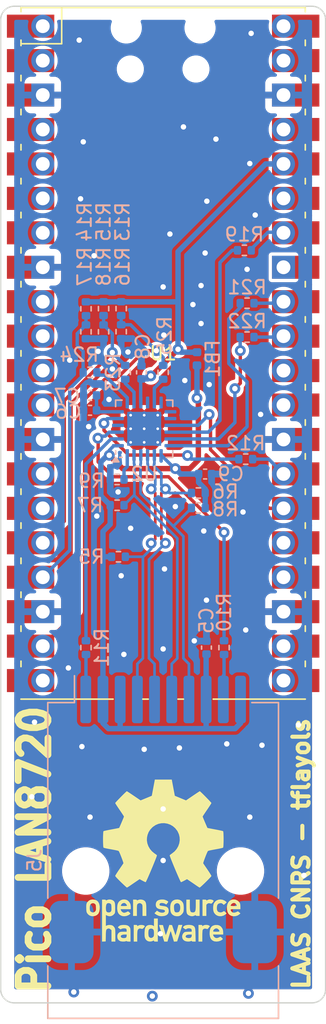
<source format=kicad_pcb>
(kicad_pcb (version 20241229) (generator "pcbnew") (generator_version "9.0")
  (layers (0 "F.Cu" signal) (2 "B.Cu" signal) (13 "F.Paste" user) (15 "B.Paste" user) (5 "F.SilkS" user "F.Silkscreen") (7 "B.SilkS" user "B.Silkscreen") (1 "F.Mask" user) (3 "B.Mask" user) (25 "Edge.Cuts" user))
  (net 0 "")
  (net 1 "/RMII_nRST")
  (net 2 "Net-(U1-GPIO21)")
  (net 8 "/RX0")
  (net 9 "/TX0")
  (net 10 "GND")
  (net 11 "/OE0")
  (net 12 "/RX1")
  (net 13 "/TX1")
  (net 14 "/OE1")
  (net 15 "/RX2")
  (net 16 "/TX2")
  (net 17 "/OE2")
  (net 18 "/RX3")
  (net 19 "/TX3")
  (net 20 "/OE3")
  (net 21 "+3.3V")
  (net 23 "unconnected-(U1-VSYS-Pad39)")
  (net 29 "VDDA")
  (net 30 "Net-(J5-Pad1)")
  (net 31 "Net-(U2-VDDCR)")
  (net 32 "/RMII_50MHz")
  (net 33 "Net-(J5-Pad9)")
  (net 34 "Net-(U2-RBIAS)")
  (net 35 "/LED1")
  (net 36 "/LED2")
  (net 42 "/TX_N")
  (net 43 "/TX_P")
  (net 44 "/RX_P")
  (net 45 "/RX_N")
  (net 46 "/RMII_RX0")
  (net 47 "/RMII_TX0")
  (net 48 "/RMII_TXEN")
  (net 49 "/RMII_CRS")
  (net 50 "/RMII_RX1")
  (net 51 "/RMII_TX1")
  (net 52 "Net-(U1-GPIO28_ADC2)")
  (net 53 "Net-(U1-GPIO27_ADC1)")
  (net 54 "Net-(U1-GPIO26_ADC0)")
  (net 55 "Net-(U2-RXD0{slash}MODE0)")
  (net 56 "Net-(U2-RXD1{slash}MODE1)")
  (net 57 "Net-(U2-CRS_DV{slash}MODE2)")
  (footprint "MCU_RaspberryPi_and_Boards:RPi_Pico_SMD_TH" (layer "F.Cu") (at 84.5 50.6)
    (property "Reference" "U1")
    (property "Value" "Pico")
  )
  (footprint "Symbol:OSHW-Logo_11.4x12mm_SilkScreen" (layer "F.Cu") (at 84.5 88)
    (property "Reference" "REF**" (hide yes))
    (property "Value" "OSHW-Logo_11.4x12mm_SilkScreen" (hide yes))
  )
  (footprint "Resistor_SMD:R_0402_1005Metric" (layer "B.Cu") (at 90.6 58.4 180)
    (property "Reference" "R12")
    (property "Value" "33")
  )
  (footprint "Capacitor_SMD:C_0402_1005Metric" (layer "B.Cu") (at 87.6 59.5)
    (property "Reference" "C9")
    (property "Value" "100n")
  )
  (footprint "Capacitor_SMD:C_0402_1005Metric" (layer "B.Cu") (at 79.1 53.7 180)
    (property "Reference" "C7")
    (property "Value" "100n")
  )
  (footprint "Capacitor_SMD:C_0402_1005Metric" (layer "B.Cu") (at 79.1 54.8 180)
    (property "Reference" "C6")
    (property "Value" "1u LOW ESR")
  )
  (footprint "Inductor_SMD:L_0402_1005Metric" (layer "B.Cu") (at 87 51 90)
    (property "Reference" "FB1")
    (property "Value" "FerriteBead")
  )
  (footprint "Resistor_SMD:R_0402_1005Metric" (layer "B.Cu") (at 81.4 49 -90)
    (property "Reference" "R16")
    (property "Value" "10k")
  )
  (footprint "Resistor_SMD:R_0402_1005Metric" (layer "B.Cu") (at 81.4 47.3 -90)
    (property "Reference" "R13")
    (property "Value" "10k")
  )
  (footprint "Resistor_SMD:R_0402_1005Metric" (layer "B.Cu") (at 81.1 61.8)
    (property "Reference" "R7")
    (property "Value" "49.9" (hide yes))
  )
  (footprint "Resistor_SMD:R_0402_1005Metric" (layer "B.Cu") (at 84.5 52 -90)
    (property "Reference" "R25")
    (property "Value" "33")
  )
  (footprint "Resistor_SMD:R_0402_1005Metric" (layer "B.Cu") (at 89 72.3 90)
    (property "Reference" "R10")
    (property "Value" "330")
  )
  (footprint "Resistor_SMD:R_0402_1005Metric" (layer "B.Cu") (at 81.2 65.6)
    (property "Reference" "R5")
    (property "Value" "49.9" (hide yes))
  )
  (footprint "Resistor_SMD:R_0402_1005Metric" (layer "B.Cu") (at 87.1 60.9 180)
    (property "Reference" "R6")
    (property "Value" "49.9" (hide yes))
  )
  (footprint "Resistor_SMD:R_0402_1005Metric" (layer "B.Cu") (at 81.1 59.9 180)
    (property "Reference" "R9")
    (property "Value" "12.1k")
  )
  (footprint "Resistor_SMD:R_0402_1005Metric" (layer "B.Cu") (at 79.1 52)
    (property "Reference" "R24")
    (property "Value" "33")
  )
  (footprint "Capacitor_SMD:C_0402_1005Metric" (layer "B.Cu") (at 82.9 52 -90)
    (property "Reference" "C8")
    (property "Value" "100n")
  )
  (footprint "Resistor_SMD:R_0402_1005Metric" (layer "B.Cu") (at 90.5 43 180)
    (property "Reference" "R19")
    (property "Value" "33")
  )
  (footprint "Resistor_SMD:R_0402_1005Metric" (layer "B.Cu") (at 81.7 52 -90)
    (property "Reference" "R23")
    (property "Value" "33")
  )
  (footprint "Resistor_SMD:R_0402_1005Metric" (layer "B.Cu") (at 90.7 49.4 180)
    (property "Reference" "R22")
    (property "Value" "33")
  )
  (footprint "Resistor_SMD:R_0402_1005Metric" (layer "B.Cu") (at 78.8 49.01 -90)
    (property "Reference" "R17")
    (property "Value" "10k")
  )
  (footprint "Resistor_SMD:R_0402_1005Metric" (layer "B.Cu") (at 80.1 47.3 -90)
    (property "Reference" "R15")
    (property "Value" "10k")
  )
  (footprint "Resistor_SMD:R_0402_1005Metric" (layer "B.Cu") (at 80.1 49.01 -90)
    (property "Reference" "R18")
    (property "Value" "10k")
  )
  (footprint "Resistor_SMD:R_0402_1005Metric" (layer "B.Cu") (at 90.7 46.9 180)
    (property "Reference" "R21")
    (property "Value" "33")
  )
  (footprint "Resistor_SMD:R_0402_1005Metric" (layer "B.Cu") (at 78.8 47.31 -90)
    (property "Reference" "R14")
    (property "Value" "10k")
  )
  (footprint "Package_DFN_QFN:VQFN-24-1EP_4x4mm_P0.5mm_EP2.5x2.5mm_ThermalVias" (layer "B.Cu") (at 83.1 56.16)
    (property "Reference" "U2")
    (property "Value" "LAN8720A")
  )
  (footprint "Capacitor_SMD:C_0402_1005Metric" (layer "B.Cu") (at 87.7 72.3 90)
    (property "Reference" "C5")
    (property "Value" "22n")
  )
  (footprint "Connector_RJ:RJ45_Pulse_JXD6-0001NL_Horizontal" (layer "B.Cu") (at 84.5 88 -90)
    (property "Reference" "J5")
    (property "Value" "RJ45_Pulse_JXD6-0001NL")
  )
  (footprint "Resistor_SMD:R_0402_1005Metric" (layer "B.Cu") (at 78.8 72.3 90)
    (property "Reference" "R11")
    (property "Value" "330")
  )
  (footprint "Resistor_SMD:R_0402_1005Metric" (layer "B.Cu") (at 87.1 62 180)
    (property "Reference" "R8")
    (property "Value" "49.9" (hide yes))
  )
  (gr_line (start 96.5 26) (end 96.5 97.5) (stroke (width 0.1)) (layer "Edge.Cuts"))
  (gr_arc (start 96.5 97.5) (mid 96.207107 98.207107) (end 95.5 98.5) (stroke (width 0.1)) (layer "Edge.Cuts"))
  (gr_arc (start 72.5 26) (mid 72.792893 25.292893) (end 73.5 25) (stroke (width 0.1)) (layer "Edge.Cuts"))
  (gr_arc (start 95.5 25) (mid 96.207107 25.292893) (end 96.5 26) (stroke (width 0.1)) (layer "Edge.Cuts"))
  (gr_arc (start 73.5 98.5) (mid 72.792893 98.207107) (end 72.5 97.5) (stroke (width 0.1)) (layer "Edge.Cuts"))
  (gr_line (start 95.5 98.5) (end 73.5 98.5) (stroke (width 0.1)) (layer "Edge.Cuts"))
  (gr_line (start 72.5 97.5) (end 72.5 26) (stroke (width 0.1)) (layer "Edge.Cuts"))
  (gr_line (start 73.5 25) (end 95.5 25) (stroke (width 0.1)) (layer "Edge.Cuts"))
  (gr_text "Pico LAN8720" (at 75 87.2 90) (layer "F.SilkS") (effects (font (size 2.2 2) (thickness 0.5) (bold yes))))
  (gr_text "LAAS CNRS - tflayols" (at 94.7 87.5 90) (layer "F.SilkS") (effects (font (size 1.2 1.2) (thickness 0.3) (bold yes))))
  (segment (start 92.33 62.03) (end 93.39 62.03) (width 0.25) (layer "F.Cu") (net 1))
  (segment (start 87.9 55.1) (end 88 55.2) (width 0.25) (layer "F.Cu") (net 1))
  (segment (start 88 57.7) (end 92.33 62.03) (width 0.25) (layer "F.Cu") (net 1))
  (segment (start 88 55.2) (end 88 57.7) (width 0.25) (layer "F.Cu") (net 1))
  (via (at 87.9 55.1) (size 0.8) (drill 0.4) (layers "F.Cu" "B.Cu") (net 1))
  (segment (start 87.09 55.91) (end 87.9 55.1) (width 0.25) (layer "B.Cu") (net 1))
  (segment (start 93.39 62.03) (end 92.899296 62.03) (width 0.25) (layer "B.Cu") (net 1))
  (segment (start 85.0375 55.91) (end 87.09 55.91) (width 0.25) (layer "B.Cu") (net 1))
  (segment (start 91.11 58.4) (end 92.3 58.4) (width 0.25) (layer "B.Cu") (net 2))
  (segment (start 92.3 58.4) (end 93.39 59.49) (width 0.25) (layer "B.Cu") (net 2))
  (via (at 87.9 52.9) (size 0.8) (drill 0.4) (layers "F.Cu" "B.Cu") (net 10))
  (via (at 91.7 55.1) (size 0.8) (drill 0.4) (layers "F.Cu" "B.Cu") (net 10))
  (via (at 74.8 83.3) (size 0.8) (drill 0.4) (layers "F.Cu" "B.Cu") (net 10))
  (via (at 86.8 71.8) (size 0.8) (drill 0.4) (layers "F.Cu" "B.Cu") (net 10))
  (via (at 90.8 97.8) (size 0.8) (drill 0.4) (layers "F.Cu" "B.Cu") (net 10))
  (via (at 83.1 79.8) (size 0.8) (drill 0.4) (layers "F.Cu" "B.Cu") (net 10))
  (via (at 90.9 36.6) (size 0.8) (drill 0.4) (layers "F.Cu" "B.Cu") (net 10))
  (via (at 86 33.9) (size 0.8) (drill 0.4) (layers "F.Cu" "B.Cu") (net 10))
  (via (at 85 41.8) (size 0.8) (drill 0.4) (layers "F.Cu" "B.Cu") (net 10))
  (via (at 77.6 51.1) (size 0.8) (drill 0.4) (layers "F.Cu" "B.Cu") (net 10))
  (via (at 77.9 97.7) (size 0.8) (drill 0.4) (layers "F.Cu" "B.Cu") (net 10))
  (via (at 84.5 84.2) (size 0.8) (drill 0.4) (layers "F.Cu" "B.Cu") (net 10))
  (via (at 94.9 89.1) (size 0.8) (drill 0.4) (layers "F.Cu" "B.Cu") (net 10))
  (via (at 78.5 79.6) (size 0.8) (drill 0.4) (layers "F.Cu" "B.Cu") (net 10))
  (via (at 87.726992 39.376992) (size 0.8) (drill 0.4) (layers "F.Cu" "B.Cu") (net 10))
  (via (at 87.3 45.6) (size 0.8) (drill 0.4) (layers "F.Cu" "B.Cu") (net 10))
  (via (at 91.3 40.4) (size 0.8) (drill 0.4) (layers "F.Cu" "B.Cu") (net 10))
  (via (at 87.7 68.8) (size 0.8) (drill 0.4) (layers "F.Cu" "B.Cu") (net 10))
  (via (at 82.1 63.5) (size 0.8) (drill 0.4) (layers "F.Cu" "B.Cu") (net 10))
  (via (at 78.6 35) (size 0.8) (drill 0.4) (layers "F.Cu" "B.Cu") (net 10))
  (via (at 79.6 62.6) (size 0.8) (drill 0.4) (layers "F.Cu" "B.Cu") (net 10))
  (via (at 78.4 39.2) (size 0.8) (drill 0.4) (layers "F.Cu" "B.Cu") (net 10))
  (via (at 86.1 52.6) (size 0.8) (drill 0.4) (layers "F.Cu" "B.Cu") (net 10))
  (via (at 84.5 72.4) (size 0.8) (drill 0.4) (layers "F.Cu" "B.Cu") (net 10))
  (via (at 94.5 78) (size 0.8) (drill 0.4) (layers "F.Cu" "B.Cu") (net 10))
  (via (at 75 77.8) (size 0.8) (drill 0.4) (layers "F.Cu" "B.Cu") (net 10))
  (via (at 80.5 54) (size 0.8) (drill 0.4) (layers "F.Cu" "B.Cu") (net 10))
  (via (at 84.548959 49.251041) (size 0.8) (drill 0.4) (layers "F.Cu" "B.Cu") (net 10))
  (via (at 81.172555 60.82) (size 0.8) (drill 0.4) (layers "F.Cu" "B.Cu") (net 10))
  (via (at 85.7 79.7) (size 0.8) (drill 0.4) (layers "F.Cu" "B.Cu") (net 10))
  (via (at 81.6 72.8) (size 0.8) (drill 0.4) (layers "F.Cu" "B.Cu") (net 10))
  (via (at 86.7 47) (size 0.8) (drill 0.4) (layers "F.Cu" "B.Cu") (net 10))
  (via (at 90.4 62.3) (size 0.8) (drill 0.4) (layers "F.Cu" "B.Cu") (net 10))
  (via (at 90.6 71) (size 0.8) (drill 0.4) (layers "F.Cu" "B.Cu") (net 10))
  (via (at 79 56) (size 0.8) (drill 0.4) (layers "F.Cu" "B.Cu") (net 10))
  (via (at 88.4 34.8) (size 0.8) (drill 0.4) (layers "F.Cu" "B.Cu") (net 10))
  (via (at 87.3 48.4) (size 0.8) (drill 0.4) (layers "F.Cu" "B.Cu") (net 10))
  (via (at 91.8 79.5) (size 0.8) (drill 0.4) (layers "F.Cu" "B.Cu") (net 10))
  (via (at 81.9 50.5) (size 0.8) (drill 0.4) (layers "F.Cu" "B.Cu") (net 10))
  (via (at 84.5 88) (size 0.8) (drill 0.4) (layers "F.Cu" "B.Cu") (net 10))
  (via (at 79.7 50.451992) (size 0.8) (drill 0.4) (layers "F.Cu" "B.Cu") (net 10))
  (via (at 87.6 43.2) (size 0.8) (drill 0.4) (layers "F.Cu" "B.Cu") (net 10))
  (via (at 89.2 79.4) (size 0.8) (drill 0.4) (layers "F.Cu" "B.Cu") (net 10))
  (via (at 85.4 61.9) (size 0.8) (drill 0.4) (layers "F.Cu" "B.Cu") (net 10))
  (via (at 87.5 63.7) (size 0.8) (drill 0.4) (layers "F.Cu" "B.Cu") (net 10))
  (via (at 84.5 45.7) (size 0.8) (drill 0.4) (layers "F.Cu" "B.Cu") (net 10))
  (via (at 80.75053 51.750885) (size 0.8) (drill 0.4) (layers "F.Cu" "B.Cu") (net 10))
  (via (at 90.7 44.4) (size 0.8) (drill 0.4) (layers "F.Cu" "B.Cu") (net 10))
  (via (at 90.9 84.8) (size 0.8) (drill 0.4) (layers "F.Cu" "B.Cu") (net 10))
  (via (at 77.5 73.8) (size 0.8) (drill 0.4) (layers "F.Cu" "B.Cu") (net 10))
  (via (at 84.6 66.5) (size 0.8) (drill 0.4) (layers "F.Cu" "B.Cu") (net 10))
  (via (at 78.3 27.5) (size 0.8) (drill 0.4) (layers "F.Cu" "B.Cu") (net 10))
  (via (at 83.7 98) (size 0.8) (drill 0.4) (layers "F.Cu" "B.Cu") (net 10))
  (via (at 79.1 84.8) (size 0.8) (drill 0.4) (layers "F.Cu" "B.Cu") (net 10))
  (via (at 79.4 43.4) (size 0.8) (drill 0.4) (layers "F.Cu" "B.Cu") (net 10))
  (via (at 84.3 93.4) (size 0.8) (drill 0.4) (layers "F.Cu" "B.Cu") (net 10))
  (via (at 81.4 67) (size 0.8) (drill 0.4) (layers "F.Cu" "B.Cu") (net 10))
  (via (at 91 27) (size 0.8) (drill 0.4) (layers "F.Cu" "B.Cu") (net 10))
  (segment (start 83.638765 52.261237) (end 83.585903 52.261237) (width 0.4) (layer "F.Cu") (net 21))
  (segment (start 85.6 50.300002) (end 83.638765 52.261237) (width 0.4) (layer "F.Cu") (net 21))
  (via (at 83.585903 52.261237) (size 0.8) (drill 0.4) (layers "F.Cu" "B.Cu") (net 21))
  (via (at 85.6 50.300002) (size 0.8) (drill 0.4) (layers "F.Cu" "B.Cu") (net 21))
  (segment (start 82.84 54.2125) (end 82.85 54.2225) (width 0.25) (layer "B.Cu") (net 21))
  (segment (start 85.6 43.1) (end 85.6 50.300002) (width 0.4) (layer "B.Cu") (net 21))
  (segment (start 78.8 46.8) (end 85.6 46.8) (width 0.4) (layer "B.Cu") (net 21))
  (segment (start 92.07 36.63) (end 85.6 43.1) (width 0.4) (layer "B.Cu") (net 21))
  (segment (start 87 50.515) (end 85.814998 50.515) (width 0.4) (layer "B.Cu") (net 21))
  (segment (start 83.36714 52.48) (end 83.585903 52.261237) (width 0.4) (layer "B.Cu") (net 21))
  (segment (start 85.814998 50.515) (end 85.6 50.300002) (width 0.4) (layer "B.Cu") (net 21))
  (segment (start 82.84 52.78) (end 82.84 54.2125) (width 0.25) (layer "B.Cu") (net 21))
  (segment (start 82.9 52.48) (end 83.36714 52.48) (width 0.4) (layer "B.Cu") (net 21))
  (segment (start 85.6 46.8) (end 85.6 50.300002) (width 0.4) (layer "B.Cu") (net 21))
  (segment (start 93.39 36.63) (end 92.07 36.63) (width 0.4) (layer "B.Cu") (net 21))
  (segment (start 93.39 29.01) (end 95.505 29.01) (width 0.4) (layer "F.Cu") (net 23))
  (segment (start 87.1 54) (end 87.1 58.467786) (width 0.4) (layer "F.Cu") (net 29))
  (segment (start 86.467786 59.1) (end 85.4 59.1) (width 0.4) (layer "F.Cu") (net 29))
  (segment (start 81.504542 59.1) (end 85.4 59.1) (width 0.4) (layer "F.Cu") (net 29))
  (segment (start 87 53.9) (end 87.1 54) (width 0.4) (layer "F.Cu") (net 29))
  (segment (start 80.521477 58.116934) (end 81.504542 59.1) (width 0.4) (layer "F.Cu") (net 29))
  (segment (start 87.1 58.467786) (end 86.467786 59.1) (width 0.4) (layer "F.Cu") (net 29))
  (via (at 85.4 59.1) (size 0.8) (drill 0.4) (layers "F.Cu" "B.Cu") (net 29))
  (via (at 80.521477 58.116934) (size 0.8) (drill 0.4) (layers "F.Cu" "B.Cu") (net 29))
  (via (at 87 53.9) (size 0.8) (drill 0.4) (layers "F.Cu" "B.Cu") (net 29))
  (segment (start 87.12 60.12) (end 87.12 59.5) (width 0.4) (layer "B.Cu") (net 29))
  (segment (start 87.6 78.276) (end 89.814 78.276) (width 0.4) (layer "B.Cu") (net 29))
  (segment (start 80.5 63.29) (end 80.59 63.2) (width 0.4) (layer "B.Cu") (net 29))
  (segment (start 85.3525 59.1) (end 85.4 59.1) (width 0.25) (layer "B.Cu") (net 29))
  (segment (start 80.055 76.125) (end 80.055 77.875) (width 0.4) (layer "B.Cu") (net 29))
  (segment (start 87.6 78.276) (end 87.675 78.201) (width 0.4) (layer "B.Cu") (net 29))
  (segment (start 84.35 58.0975) (end 84.35 58.538595) (width 0.25) (layer "B.Cu") (net 29))
  (segment (start 80.055 63.735) (end 80.055 65.6) (width 0.4) (layer "B.Cu") (net 29))
  (segment (start 80.521477 58.116934) (end 80.383066 58.116934) (width 0.4) (layer "B.Cu") (net 29))
  (segment (start 81.325 78.201) (end 81.4 78.276) (width 0.4) (layer "B.Cu") (net 29))
  (segment (start 87.12 59.5) (end 85.8 59.5) (width 0.4) (layer "B.Cu") (net 29))
  (segment (start 80.59 63.2) (end 80.59 61.8) (width 0.4) (layer "B.Cu") (net 29))
  (segment (start 84.35 58.0975) (end 85.3525 59.1) (width 0.25) (layer "B.Cu") (net 29))
  (segment (start 81.325 76.125) (end 81.325 78.201) (width 0.4) (layer "B.Cu") (net 29))
  (segment (start 80.59 63.2) (end 80.055 63.735) (width 0.4) (layer "B.Cu") (net 29))
  (segment (start 85.8 59.5) (end 85.4 59.1) (width 0.4) (layer "B.Cu") (net 29))
  (segment (start 80.521477 57.750803) (end 80.86228 57.41) (width 0.25) (layer "B.Cu") (net 29))
  (segment (start 87.675 72.805) (end 87.7 72.78) (width 0.4) (layer "B.Cu") (net 29))
  (segment (start 81.4 78.276) (end 87.6 78.276) (width 0.4) (layer "B.Cu") (net 29))
  (segment (start 80.383066 58.116934) (end 79.9 58.6) (width 0.4) (layer "B.Cu") (net 29))
  (segment (start 80.69 65.6) (end 80.055 65.6) (width 0.4) (layer "B.Cu") (net 29))
  (segment (start 87 51.485) (end 87 53.9) (width 0.4) (layer "B.Cu") (net 29))
  (segment (start 87.61 62) (end 87.61 60.61) (width 0.4) (layer "B.Cu") (net 29))
  (segment (start 84.35 58.538595) (end 84.355703 58.544298) (width 0.25) (layer "B.Cu") (net 29))
  (segment (start 87.675 76.125) (end 87.675 72.805) (width 0.4) (layer "B.Cu") (net 29))
  (segment (start 90.215 77.875) (end 90.215 76.125) (width 0.4) (layer "B.Cu") (net 29))
  (segment (start 80.86228 57.41) (end 81.1625 57.41) (width 0.25) (layer "B.Cu") (net 29))
  (segment (start 87.675 78.201) (end 87.675 76.125) (width 0.4) (layer "B.Cu") (net 29))
  (segment (start 79.9 61.11) (end 80.59 61.8) (width 0.4) (layer "B.Cu") (net 29))
  (segment (start 87.61 60.61) (end 87.12 60.12) (width 0.4) (layer "B.Cu") (net 29))
  (segment (start 80.055 65.6) (end 80.055 76.125) (width 0.4) (layer "B.Cu") (net 29))
  (segment (start 80.521477 58.116934) (end 80.521477 57.750803) (width 0.25) (layer "B.Cu") (net 29))
  (segment (start 80.456 78.276) (end 81.4 78.276) (width 0.4) (layer "B.Cu") (net 29))
  (segment (start 79.9 58.6) (end 79.9 61.11) (width 0.4) (layer "B.Cu") (net 29))
  (segment (start 80.055 77.875) (end 80.456 78.276) (width 0.4) (layer "B.Cu") (net 29))
  (segment (start 89.814 78.276) (end 90.215 77.875) (width 0.4) (layer "B.Cu") (net 29))
  (segment (start 78.8 76.11) (end 78.785 76.125) (width 0.25) (layer "B.Cu") (net 30))
  (segment (start 78.8 72.81) (end 78.8 76.11) (width 0.25) (layer "B.Cu") (net 30))
  (segment (start 81.1625 54.91) (end 79.79 54.91) (width 0.25) (layer "B.Cu") (net 31))
  (segment (start 79.58 54.7) (end 79.58 53.7) (width 0.25) (layer "B.Cu") (net 31))
  (segment (start 79.79 54.91) (end 79.58 54.7) (width 0.25) (layer "B.Cu") (net 31))
  (segment (start 81.954113 58.1) (end 86.265 58.1) (width 0.25) (layer "F.Cu") (net 32))
  (segment (start 86.265 58.1) (end 86.3 58.135) (width 0.25) (layer "F.Cu") (net 32))
  (segment (start 80.13085 56.276737) (end 81.954113 58.1) (width 0.25) (layer "F.Cu") (net 32))
  (segment (start 80.13085 55.757762) (end 80.13085 56.276737) (width 0.25) (layer "F.Cu") (net 32))
  (via (at 80.13085 55.757762) (size 0.8) (drill 0.4) (layers "F.Cu" "B.Cu") (net 32))
  (via (at 86.3 58.135) (size 0.8) (drill 0.4) (layers "F.Cu" "B.Cu") (net 32))
  (segment (start 80.122302 55.749214) (end 80.122302 55.660734) (width 0.25) (layer "B.Cu") (net 32))
  (segment (start 80.122302 55.660734) (end 80.373036 55.41) (width 0.25) (layer "B.Cu") (net 32))
  (segment (start 86.3 58.135) (end 86.565 58.4) (width 0.25) (layer "B.Cu") (net 32))
  (segment (start 80.373036 55.41) (end 81.1625 55.41) (width 0.25) (layer "B.Cu") (net 32))
  (segment (start 86.565 58.4) (end 90.09 58.4) (width 0.25) (layer "B.Cu") (net 32))
  (segment (start 80.13085 55.757762) (end 80.122302 55.749214) (width 0.25) (layer "B.Cu") (net 32))
  (segment (start 88.945 74.365) (end 88.945 76.125) (width 0.25) (layer "B.Cu") (net 33))
  (segment (start 89 72.81) (end 89 74.31) (width 0.25) (layer "B.Cu") (net 33))
  (segment (start 89 74.31) (end 88.945 74.365) (width 0.25) (layer "B.Cu") (net 33))
  (segment (start 81.85 58.95) (end 81.61 59.19) (width 0.25) (layer "B.Cu") (net 34))
  (segment (start 81.61 59.19) (end 81.61 59.9) (width 0.25) (layer "B.Cu") (net 34))
  (segment (start 81.85 58.0975) (end 81.85 58.95) (width 0.25) (layer "B.Cu") (net 34))
  (segment (start 84.9 59.7) (end 89 63.8) (width 0.25) (layer "F.Cu") (net 35))
  (segment (start 79.7 58.6) (end 80.8 59.7) (width 0.25) (layer "F.Cu") (net 35))
  (segment (start 79.681451 56.852644) (end 79.7 56.871193) (width 0.25) (layer "F.Cu") (net 35))
  (segment (start 80.8 59.7) (end 84.9 59.7) (width 0.25) (layer "F.Cu") (net 35))
  (segment (start 79.7 56.871193) (end 79.7 58.6) (width 0.25) (layer "F.Cu") (net 35))
  (via (at 89 63.8) (size 0.8) (drill 0.4) (layers "F.Cu" "B.Cu") (net 35))
  (via (at 79.681451 56.852644) (size 0.8) (drill 0.4) (layers "F.Cu" "B.Cu") (net 35))
  (segment (start 79.828532 56.705563) (end 80.217442 56.705563) (width 0.25) (layer "B.Cu") (net 35))
  (segment (start 80.513005 56.41) (end 81.1625 56.41) (width 0.25) (layer "B.Cu") (net 35))
  (segment (start 79.681451 56.852644) (end 79.828532 56.705563) (width 0.25) (layer "B.Cu") (net 35))
  (segment (start 89 63.8) (end 89 71.79) (width 0.25) (layer "B.Cu") (net 35))
  (segment (start 80.217442 56.705563) (end 80.513005 56.41) (width 0.25) (layer "B.Cu") (net 35))
  (segment (start 78.8 71.79) (end 78.8 58.759401) (width 0.25) (layer "B.Cu") (net 36))
  (segment (start 78.8 58.759401) (end 80.649401 56.91) (width 0.25) (layer "B.Cu") (net 36))
  (segment (start 80.649401 56.91) (end 81.1625 56.91) (width 0.25) (layer "B.Cu") (net 36))
  (segment (start 84.366225 60.899999) (end 84.366225 64.300001) (width 0.2) (layer "F.Cu") (net 42))
  (segment (start 84.366225 64.300001) (end 84.666224 64.6) (width 0.2) (layer "F.Cu") (net 42))
  (segment (start 84.666224 60.6) (end 84.366225 60.899999) (width 0.2) (layer "F.Cu") (net 42))
  (via (at 84.666224 64.6) (size 0.8) (drill 0.4) (layers "F.Cu" "B.Cu") (net 42))
  (via (at 84.666224 60.6) (size 0.8) (drill 0.4) (layers "F.Cu" "B.Cu") (net 42))
  (segment (start 83.865 73.499999) (end 83.865 76.125) (width 0.2) (layer "B.Cu") (net 42))
  (segment (start 83.825 58.906802) (end 84.366224 59.448026) (width 0.2) (layer "B.Cu") (net 42))
  (segment (start 84.966224 60.9) (end 84.666224 60.6) (width 0.2) (layer "B.Cu") (net 42))
  (segment (start 84.366224 59.448026) (end 84.366224 60.071566) (width 0.2) (layer "B.Cu") (net 42))
  (segment (start 83.455 73.089999) (end 83.865 73.499999) (width 0.2) (layer "B.Cu") (net 42))
  (segment (start 83.85 58.0975) (end 83.85 58.753751) (width 0.2) (layer "B.Cu") (net 42))
  (segment (start 83.825 58.778751) (end 83.825 58.906802) (width 0.2) (layer "B.Cu") (net 42))
  (segment (start 84.366225 60.071567) (end 84.366225 60.300001) (width 0.2) (layer "B.Cu") (net 42))
  (segment (start 84.366225 60.300001) (end 84.666224 60.6) (width 0.2) (layer "B.Cu") (net 42))
  (segment (start 86.59 60.9) (end 84.966224 60.9) (width 0.2) (layer "B.Cu") (net 42))
  (segment (start 83.455 65.811224) (end 83.455 73.089999) (width 0.2) (layer "B.Cu") (net 42))
  (segment (start 83.85 58.753751) (end 83.825 58.778751) (width 0.2) (layer "B.Cu") (net 42))
  (segment (start 84.366224 60.071566) (end 84.366225 60.071567) (width 0.2) (layer "B.Cu") (net 42))
  (segment (start 84.666224 64.6) (end 83.455 65.811224) (width 0.2) (layer "B.Cu") (net 42))
  (segment (start 83.916223 64.300001) (end 83.616224 64.6) (width 0.2) (layer "F.Cu") (net 43))
  (segment (start 83.916223 60.899999) (end 83.916223 64.300001) (width 0.2) (layer "F.Cu") (net 43))
  (segment (start 83.616224 60.6) (end 83.916223 60.899999) (width 0.2) (layer "F.Cu") (net 43))
  (via (at 83.616224 60.6) (size 0.8) (drill 0.4) (layers "F.Cu" "B.Cu") (net 43))
  (via (at 83.616224 64.6) (size 0.8) (drill 0.4) (layers "F.Cu" "B.Cu") (net 43))
  (segment (start 83.005 73.089999) (end 82.595 73.499999) (width 0.2) (layer "B.Cu") (net 43))
  (segment (start 83.35 58.753751) (end 83.375 58.778751) (width 0.2) (layer "B.Cu") (net 43))
  (segment (start 82.980173 65.6) (end 83.005 65.624827) (width 0.2) (layer "B.Cu") (net 43))
  (segment (start 81.71 65.6) (end 82.980173 65.6) (width 0.2) (layer "B.Cu") (net 43))
  (segment (start 83.375 59.093198) (end 83.916224 59.634422) (width 0.2) (layer "B.Cu") (net 43))
  (segment (start 83.916223 60.300001) (end 83.616224 60.6) (width 0.2) (layer "B.Cu") (net 43))
  (segment (start 83.916224 59.634422) (end 83.916224 60.071566) (width 0.2) (layer "B.Cu") (net 43))
  (segment (start 82.595 73.499999) (end 82.595 76.125) (width 0.2) (layer "B.Cu") (net 43))
  (segment (start 83.005 65.624827) (end 83.005 73.089999) (width 0.2) (layer "B.Cu") (net 43))
  (segment (start 83.916223 60.071567) (end 83.916223 60.300001) (width 0.2) (layer "B.Cu") (net 43))
  (segment (start 83.35 58.0975) (end 83.35 58.753751) (width 0.2) (layer "B.Cu") (net 43))
  (segment (start 83.916224 60.071566) (end 83.916223 60.071567) (width 0.2) (layer "B.Cu") (net 43))
  (segment (start 83.375 58.778751) (end 83.375 59.093198) (width 0.2) (layer "B.Cu") (net 43))
  (segment (start 83.616224 64.6) (end 83.616224 65.013603) (width 0.2) (layer "B.Cu") (net 43))
  (segment (start 83.616224 65.013603) (end 83.005 65.624827) (width 0.2) (layer "B.Cu") (net 43))
  (segment (start 85.545 73.089999) (end 85.135 73.499999) (width 0.2) (layer "B.Cu") (net 44))
  (segment (start 82.375 58.778751) (end 82.375 61.075) (width 0.2) (layer "B.Cu") (net 44))
  (segment (start 82.35 58.753751) (end 82.375 58.778751) (width 0.2) (layer "B.Cu") (net 44))
  (segment (start 82.375 61.075) (end 85.545 64.245) (width 0.2) (layer "B.Cu") (net 44))
  (segment (start 82.335 61.075) (end 81.61 61.8) (width 0.2) (layer "B.Cu") (net 44))
  (segment (start 82.35 58.0975) (end 82.35 58.753751) (width 0.2) (layer "B.Cu") (net 44))
  (segment (start 85.545 64.245) (end 85.545 73.089999) (width 0.2) (layer "B.Cu") (net 44))
  (segment (start 82.375 61.075) (end 82.335 61.075) (width 0.2) (layer "B.Cu") (net 44))
  (segment (start 85.135 73.499999) (end 85.135 76.125) (width 0.2) (layer "B.Cu") (net 44))
  (segment (start 82.825 60.925) (end 85.25 63.35) (width 0.2) (layer "B.Cu") (net 45))
  (segment (start 85.25 63.35) (end 85.995 64.095) (width 0.2) (layer "B.Cu") (net 45))
  (segment (start 82.825 58.778751) (end 82.825 60.925) (width 0.2) (layer "B.Cu") (net 45))
  (segment (start 86.405 73.499999) (end 86.405 76.125) (width 0.2) (layer "B.Cu") (net 45))
  (segment (start 86.59 62) (end 86.59 62.01) (width 0.2) (layer "B.Cu") (net 45))
  (segment (start 85.995 73.089999) (end 86.405 73.499999) (width 0.2) (layer "B.Cu") (net 45))
  (segment (start 82.85 58.753751) (end 82.825 58.778751) (width 0.2) (layer "B.Cu") (net 45))
  (segment (start 82.85 58.0975) (end 82.85 58.753751) (width 0.2) (layer "B.Cu") (net 45))
  (segment (start 85.995 64.095) (end 85.995 73.089999) (width 0.2) (layer "B.Cu") (net 45))
  (segment (start 86.59 62.01) (end 85.25 63.35) (width 0.2) (layer "B.Cu") (net 45))
  (segment (start 80.746 50.536) (end 77.2 54.082) (width 0.25) (layer "F.Cu") (net 46))
  (segment (start 77.2 54.082) (end 77.2 62.98) (width 0.25) (layer "F.Cu") (net 46))
  (segment (start 77.2 62.98) (end 75.61 64.57) (width 0.25) (layer "F.Cu") (net 46))
  (via (at 80.746 50.536) (size 0.8) (drill 0.4) (layers "F.Cu" "B.Cu") (net 46))
  (segment (start 80.746 49.146) (end 80.746 50.536) (width 0.25) (layer "B.Cu") (net 46))
  (segment (start 80.1 48.5) (end 80.746 49.146) (width 0.25) (layer "B.Cu") (net 46))
  (segment (start 80.1 48.5) (end 80.1 47.81) (width 0.25) (layer "B.Cu") (net 46))
  (segment (start 80.746 50.536) (end 81.7 51.49) (width 0.25) (layer "B.Cu") (net 46))
  (segment (start 90.2 52.8) (end 89.8 53.2) (width 0.25) (layer "F.Cu") (net 47))
  (segment (start 90.2 50.4) (end 90.2 52.8) (width 0.25) (layer "F.Cu") (net 47))
  (via (at 89.8 53.2) (size 0.8) (drill 0.4) (layers "F.Cu" "B.Cu") (net 47))
  (via (at 90.2 50.4) (size 0.8) (drill 0.4) (layers "F.Cu" "B.Cu") (net 47))
  (segment (start 89.8 55.7) (end 89.8 53.2) (width 0.25) (layer "B.Cu") (net 47))
  (segment (start 90.19 49.4) (end 90.19 50.39) (width 0.25) (layer "B.Cu") (net 47))
  (segment (start 90.19 50.39) (end 90.2 50.4) (width 0.25) (layer "B.Cu") (net 47))
  (segment (start 88.59 56.91) (end 89.8 55.7) (width 0.25) (layer "B.Cu") (net 47))
  (segment (start 85.0375 56.91) (end 88.59 56.91) (width 0.25) (layer "B.Cu") (net 47))
  (segment (start 89.6 43) (end 88.7 43.9) (width 0.25) (layer "B.Cu") (net 48))
  (segment (start 88.7 43.9) (end 88.7 55.546016) (width 0.25) (layer "B.Cu") (net 48))
  (segment (start 88.7 55.546016) (end 87.836016 56.41) (width 0.25) (layer "B.Cu") (net 48))
  (segment (start 87.836016 56.41) (end 85.0375 56.41) (width 0.25) (layer "B.Cu") (net 48))
  (segment (start 89.99 43) (end 89.6 43) (width 0.25) (layer "B.Cu") (net 48))
  (segment (start 75.61 72.19) (end 78.2 69.6) (width 0.25) (layer "F.Cu") (net 49))
  (segment (start 78.2 69.6) (end 78.2 54.5) (width 0.25) (layer "F.Cu") (net 49))
  (segment (start 81.00072 52.526) (end 83.12672 50.4) (width 0.25) (layer "F.Cu") (net 49))
  (segment (start 83.12672 50.4) (end 84 50.4) (width 0.25) (layer "F.Cu") (net 49))
  (segment (start 80.174 52.526) (end 81.00072 52.526) (width 0.25) (layer "F.Cu") (net 49))
  (segment (start 78.2 54.5) (end 80.174 52.526) (width 0.25) (layer "F.Cu") (net 49))
  (via (at 84 50.4) (size 0.8) (drill 0.4) (layers "F.Cu" "B.Cu") (net 49))
  (segment (start 84.5 51.49) (end 84.5 50.9) (width 0.25) (layer "B.Cu") (net 49))
  (segment (start 81.4 48.49) (end 82.09 48.49) (width 0.25) (layer "B.Cu") (net 49))
  (segment (start 82.09 48.49) (end 84 50.4) (width 0.25) (layer "B.Cu") (net 49))
  (segment (start 81.4 48.4) (end 81.3 48.5) (width 0.25) (layer "B.Cu") (net 49))
  (segment (start 81.3 47.81) (end 81.4 47.91) (width 0.25) (layer "B.Cu") (net 49))
  (segment (start 84.5 50.9) (end 84 50.4) (width 0.25) (layer "B.Cu") (net 49))
  (segment (start 81.4 47.91) (end 81.4 48.4) (width 0.25) (layer "B.Cu") (net 49))
  (segment (start 78.9 47.82) (end 78.8 47.92) (width 0.25) (layer "B.Cu") (net 50))
  (segment (start 78.154 50.014) (end 78.59 50.45) (width 0.25) (layer "B.Cu") (net 50))
  (segment (start 78.8 48.5) (end 78.154 49.146) (width 0.25) (layer "B.Cu") (net 50))
  (segment (start 78.59 50.45) (end 78.59 52) (width 0.25) (layer "B.Cu") (net 50))
  (segment (start 78.8 48.4) (end 78.9 48.5) (width 0.25) (layer "B.Cu") (net 50))
  (segment (start 78.8 47.92) (end 78.8 48.4) (width 0.25) (layer "B.Cu") (net 50))
  (segment (start 78.59 52.21) (end 77.6 53.2) (width 0.25) (layer "B.Cu") (net 50))
  (segment (start 77.6 53.2) (end 77.6 65.12) (width 0.25) (layer "B.Cu") (net 50))
  (segment (start 77.6 65.12) (end 76.22 66.5) (width 0.25) (layer "B.Cu") (net 50))
  (segment (start 78.154 49.146) (end 78.154 50.014) (width 0.25) (layer "B.Cu") (net 50))
  (segment (start 78.59 52) (end 78.59 52.21) (width 0.25) (layer "B.Cu") (net 50))
  (segment (start 90.7 56) (end 90.7 52.7) (width 0.25) (layer "B.Cu") (net 51))
  (segment (start 85.0375 57.41) (end 89.29 57.41) (width 0.25) (layer "B.Cu") (net 51))
  (segment (start 89.29 57.41) (end 90.7 56) (width 0.25) (layer "B.Cu") (net 51))
  (segment (start 90.19 47.219999) (end 90.19 46.9) (width 0.25) (layer "B.Cu") (net 51))
  (segment (start 89.35 51.35) (end 89.35 48.059999) (width 0.25) (layer "B.Cu") (net 51))
  (segment (start 89.35 48.059999) (end 90.19 47.219999) (width 0.25) (layer "B.Cu") (net 51))
  (segment (start 90.7 52.7) (end 89.35 51.35) (width 0.25) (layer "B.Cu") (net 51))
  (segment (start 93.38 41.7) (end 93.2 41.7) (width 0.25) (layer "B.Cu") (net 52))
  (segment (start 93.39 41.71) (end 93.38 41.7) (width 0.25) (layer "B.Cu") (net 52))
  (segment (start 91.01 43) (end 91.01 42.9) (width 0.25) (layer "B.Cu") (net 52))
  (segment (start 92.244 41.666) (end 93.346 41.666) (width 0.25) (layer "B.Cu") (net 52))
  (segment (start 93.38 41.7) (end 93.1 41.7) (width 0.25) (layer "B.Cu") (net 52))
  (segment (start 91.01 42.9) (end 92.244 41.666) (width 0.25) (layer "B.Cu") (net 52))
  (segment (start 93.346 41.666) (end 93.39 41.71) (width 0.25) (layer "B.Cu") (net 52))
  (segment (start 93.38 41.7) (end 93 41.7) (width 0.25) (layer "B.Cu") (net 52))
  (segment (start 93.28 46.9) (end 93.39 46.79) (width 0.25) (layer "B.Cu") (net 53))
  (segment (start 91.21 46.9) (end 93.28 46.9) (width 0.25) (layer "B.Cu") (net 53))
  (segment (start 93.32 49.4) (end 93.39 49.33) (width 0.25) (layer "B.Cu") (net 54))
  (segment (start 91.21 49.4) (end 93.32 49.4) (width 0.25) (layer "B.Cu") (net 54))
  (segment (start 81.7 52.81) (end 81.7 52.51) (width 0.25) (layer "B.Cu") (net 55))
  (segment (start 82.35 53.46) (end 82.35 54.2225) (width 0.25) (layer "B.Cu") (net 55))
  (segment (start 81.7 52.81) (end 82.35 53.46) (width 0.25) (layer "B.Cu") (net 55))
  (segment (start 79.61 52.1) (end 79.71 52.2) (width 0.25) (layer "B.Cu") (net 56))
  (segment (start 79.71 52.2) (end 80.172925 52.2) (width 0.25) (layer "B.Cu") (net 56))
  (segment (start 79.61 52) (end 79.61 52.1) (width 0.25) (layer "B.Cu") (net 56))
  (segment (start 81.85 53.877075) (end 81.85 54.2225) (width 0.25) (layer "B.Cu") (net 56))
  (segment (start 80.172925 52.2) (end 81.85 53.877075) (width 0.25) (layer "B.Cu") (net 56))
  (segment (start 83.85 53.16) (end 84.5 52.51) (width 0.25) (layer "B.Cu") (net 57))
  (segment (start 83.85 54.2225) (end 83.85 53.16) (width 0.25) (layer "B.Cu") (net 57))
  (zone (net 0) (net_name "") (layer "F.Cu") (connect_pads (clearance 0)) (min_thickness 0.25)
    (keepout (tracks not_allowed) (vias not_allowed) (pads not_allowed) (copperpour not_allowed) (footprints allowed))
    (fill (thermal_gap 0.5) (thermal_bridge_width 0.5))
    (polygon (pts (xy 80 24.65) (xy 89 24.65) (xy 89 32.65) (xy 84.5 32.65) (xy 84.5 40.65) (xy 80 40.65)))
  )
  (zone (net 10) (net_name "GND") (layers "F.Cu" "B.Cu") (connect_pads (clearance 0.25)) (min_thickness 0.25) (fill yes (thermal_gap 0.5) (thermal_bridge_width 0.5))
    (polygon (pts (xy 72.5 25) (xy 96.5 25) (xy 96.5 98.5) (xy 72.5 98.5)))
  )
)
</source>
